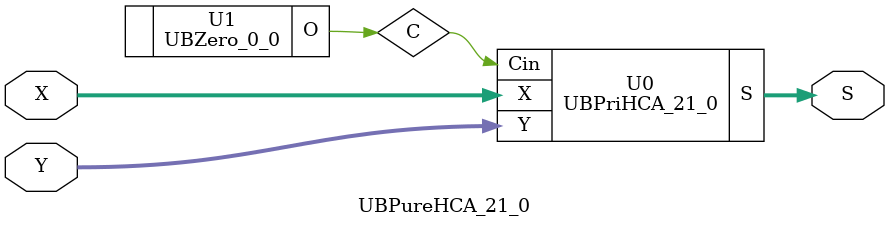
<source format=v>
/*----------------------------------------------------------------------------
  Copyright (c) 2021 Homma laboratory. All rights reserved.

  Top module: UBHCA_21_0_21_0

  Operand-1 length: 22
  Operand-2 length: 22
  Two-operand addition algorithm: Han-Carlson adder
----------------------------------------------------------------------------*/

module GPGenerator(Go, Po, A, B);
  output Go;
  output Po;
  input A;
  input B;
  assign Go = A & B;
  assign Po = A ^ B;
endmodule

module CarryOperator(Go, Po, Gi1, Pi1, Gi2, Pi2);
  output Go;
  output Po;
  input Gi1;
  input Gi2;
  input Pi1;
  input Pi2;
  assign Go = Gi1 | ( Gi2 & Pi1 );
  assign Po = Pi1 & Pi2;
endmodule

module UBPriHCA_21_0(S, X, Y, Cin);
  output [22:0] S;
  input Cin;
  input [21:0] X;
  input [21:0] Y;
  wire [21:0] G0;
  wire [21:0] G1;
  wire [21:0] G2;
  wire [21:0] G3;
  wire [21:0] G4;
  wire [21:0] G5;
  wire [21:0] G6;
  wire [21:0] P0;
  wire [21:0] P1;
  wire [21:0] P2;
  wire [21:0] P3;
  wire [21:0] P4;
  wire [21:0] P5;
  wire [21:0] P6;
  assign P1[0] = P0[0];
  assign G1[0] = G0[0];
  assign P1[2] = P0[2];
  assign G1[2] = G0[2];
  assign P1[4] = P0[4];
  assign G1[4] = G0[4];
  assign P1[6] = P0[6];
  assign G1[6] = G0[6];
  assign P1[8] = P0[8];
  assign G1[8] = G0[8];
  assign P1[10] = P0[10];
  assign G1[10] = G0[10];
  assign P1[12] = P0[12];
  assign G1[12] = G0[12];
  assign P1[14] = P0[14];
  assign G1[14] = G0[14];
  assign P1[16] = P0[16];
  assign G1[16] = G0[16];
  assign P1[18] = P0[18];
  assign G1[18] = G0[18];
  assign P1[20] = P0[20];
  assign G1[20] = G0[20];
  assign P2[0] = P1[0];
  assign G2[0] = G1[0];
  assign P2[1] = P1[1];
  assign G2[1] = G1[1];
  assign P2[2] = P1[2];
  assign G2[2] = G1[2];
  assign P2[4] = P1[4];
  assign G2[4] = G1[4];
  assign P2[6] = P1[6];
  assign G2[6] = G1[6];
  assign P2[8] = P1[8];
  assign G2[8] = G1[8];
  assign P2[10] = P1[10];
  assign G2[10] = G1[10];
  assign P2[12] = P1[12];
  assign G2[12] = G1[12];
  assign P2[14] = P1[14];
  assign G2[14] = G1[14];
  assign P2[16] = P1[16];
  assign G2[16] = G1[16];
  assign P2[18] = P1[18];
  assign G2[18] = G1[18];
  assign P2[20] = P1[20];
  assign G2[20] = G1[20];
  assign P3[0] = P2[0];
  assign G3[0] = G2[0];
  assign P3[1] = P2[1];
  assign G3[1] = G2[1];
  assign P3[2] = P2[2];
  assign G3[2] = G2[2];
  assign P3[3] = P2[3];
  assign G3[3] = G2[3];
  assign P3[4] = P2[4];
  assign G3[4] = G2[4];
  assign P3[6] = P2[6];
  assign G3[6] = G2[6];
  assign P3[8] = P2[8];
  assign G3[8] = G2[8];
  assign P3[10] = P2[10];
  assign G3[10] = G2[10];
  assign P3[12] = P2[12];
  assign G3[12] = G2[12];
  assign P3[14] = P2[14];
  assign G3[14] = G2[14];
  assign P3[16] = P2[16];
  assign G3[16] = G2[16];
  assign P3[18] = P2[18];
  assign G3[18] = G2[18];
  assign P3[20] = P2[20];
  assign G3[20] = G2[20];
  assign P4[0] = P3[0];
  assign G4[0] = G3[0];
  assign P4[1] = P3[1];
  assign G4[1] = G3[1];
  assign P4[2] = P3[2];
  assign G4[2] = G3[2];
  assign P4[3] = P3[3];
  assign G4[3] = G3[3];
  assign P4[4] = P3[4];
  assign G4[4] = G3[4];
  assign P4[5] = P3[5];
  assign G4[5] = G3[5];
  assign P4[6] = P3[6];
  assign G4[6] = G3[6];
  assign P4[7] = P3[7];
  assign G4[7] = G3[7];
  assign P4[8] = P3[8];
  assign G4[8] = G3[8];
  assign P4[10] = P3[10];
  assign G4[10] = G3[10];
  assign P4[12] = P3[12];
  assign G4[12] = G3[12];
  assign P4[14] = P3[14];
  assign G4[14] = G3[14];
  assign P4[16] = P3[16];
  assign G4[16] = G3[16];
  assign P4[18] = P3[18];
  assign G4[18] = G3[18];
  assign P4[20] = P3[20];
  assign G4[20] = G3[20];
  assign P5[0] = P4[0];
  assign G5[0] = G4[0];
  assign P5[1] = P4[1];
  assign G5[1] = G4[1];
  assign P5[2] = P4[2];
  assign G5[2] = G4[2];
  assign P5[3] = P4[3];
  assign G5[3] = G4[3];
  assign P5[4] = P4[4];
  assign G5[4] = G4[4];
  assign P5[5] = P4[5];
  assign G5[5] = G4[5];
  assign P5[6] = P4[6];
  assign G5[6] = G4[6];
  assign P5[7] = P4[7];
  assign G5[7] = G4[7];
  assign P5[8] = P4[8];
  assign G5[8] = G4[8];
  assign P5[9] = P4[9];
  assign G5[9] = G4[9];
  assign P5[10] = P4[10];
  assign G5[10] = G4[10];
  assign P5[11] = P4[11];
  assign G5[11] = G4[11];
  assign P5[12] = P4[12];
  assign G5[12] = G4[12];
  assign P5[13] = P4[13];
  assign G5[13] = G4[13];
  assign P5[14] = P4[14];
  assign G5[14] = G4[14];
  assign P5[15] = P4[15];
  assign G5[15] = G4[15];
  assign P5[16] = P4[16];
  assign G5[16] = G4[16];
  assign P5[18] = P4[18];
  assign G5[18] = G4[18];
  assign P5[20] = P4[20];
  assign G5[20] = G4[20];
  assign P6[0] = P5[0];
  assign G6[0] = G5[0];
  assign P6[1] = P5[1];
  assign G6[1] = G5[1];
  assign P6[3] = P5[3];
  assign G6[3] = G5[3];
  assign P6[5] = P5[5];
  assign G6[5] = G5[5];
  assign P6[7] = P5[7];
  assign G6[7] = G5[7];
  assign P6[9] = P5[9];
  assign G6[9] = G5[9];
  assign P6[11] = P5[11];
  assign G6[11] = G5[11];
  assign P6[13] = P5[13];
  assign G6[13] = G5[13];
  assign P6[15] = P5[15];
  assign G6[15] = G5[15];
  assign P6[17] = P5[17];
  assign G6[17] = G5[17];
  assign P6[19] = P5[19];
  assign G6[19] = G5[19];
  assign P6[21] = P5[21];
  assign G6[21] = G5[21];
  assign S[0] = Cin ^ P0[0];
  assign S[1] = ( G6[0] | ( P6[0] & Cin ) ) ^ P0[1];
  assign S[2] = ( G6[1] | ( P6[1] & Cin ) ) ^ P0[2];
  assign S[3] = ( G6[2] | ( P6[2] & Cin ) ) ^ P0[3];
  assign S[4] = ( G6[3] | ( P6[3] & Cin ) ) ^ P0[4];
  assign S[5] = ( G6[4] | ( P6[4] & Cin ) ) ^ P0[5];
  assign S[6] = ( G6[5] | ( P6[5] & Cin ) ) ^ P0[6];
  assign S[7] = ( G6[6] | ( P6[6] & Cin ) ) ^ P0[7];
  assign S[8] = ( G6[7] | ( P6[7] & Cin ) ) ^ P0[8];
  assign S[9] = ( G6[8] | ( P6[8] & Cin ) ) ^ P0[9];
  assign S[10] = ( G6[9] | ( P6[9] & Cin ) ) ^ P0[10];
  assign S[11] = ( G6[10] | ( P6[10] & Cin ) ) ^ P0[11];
  assign S[12] = ( G6[11] | ( P6[11] & Cin ) ) ^ P0[12];
  assign S[13] = ( G6[12] | ( P6[12] & Cin ) ) ^ P0[13];
  assign S[14] = ( G6[13] | ( P6[13] & Cin ) ) ^ P0[14];
  assign S[15] = ( G6[14] | ( P6[14] & Cin ) ) ^ P0[15];
  assign S[16] = ( G6[15] | ( P6[15] & Cin ) ) ^ P0[16];
  assign S[17] = ( G6[16] | ( P6[16] & Cin ) ) ^ P0[17];
  assign S[18] = ( G6[17] | ( P6[17] & Cin ) ) ^ P0[18];
  assign S[19] = ( G6[18] | ( P6[18] & Cin ) ) ^ P0[19];
  assign S[20] = ( G6[19] | ( P6[19] & Cin ) ) ^ P0[20];
  assign S[21] = ( G6[20] | ( P6[20] & Cin ) ) ^ P0[21];
  assign S[22] = G6[21] | ( P6[21] & Cin );
  GPGenerator U0 (G0[0], P0[0], X[0], Y[0]);
  GPGenerator U1 (G0[1], P0[1], X[1], Y[1]);
  GPGenerator U2 (G0[2], P0[2], X[2], Y[2]);
  GPGenerator U3 (G0[3], P0[3], X[3], Y[3]);
  GPGenerator U4 (G0[4], P0[4], X[4], Y[4]);
  GPGenerator U5 (G0[5], P0[5], X[5], Y[5]);
  GPGenerator U6 (G0[6], P0[6], X[6], Y[6]);
  GPGenerator U7 (G0[7], P0[7], X[7], Y[7]);
  GPGenerator U8 (G0[8], P0[8], X[8], Y[8]);
  GPGenerator U9 (G0[9], P0[9], X[9], Y[9]);
  GPGenerator U10 (G0[10], P0[10], X[10], Y[10]);
  GPGenerator U11 (G0[11], P0[11], X[11], Y[11]);
  GPGenerator U12 (G0[12], P0[12], X[12], Y[12]);
  GPGenerator U13 (G0[13], P0[13], X[13], Y[13]);
  GPGenerator U14 (G0[14], P0[14], X[14], Y[14]);
  GPGenerator U15 (G0[15], P0[15], X[15], Y[15]);
  GPGenerator U16 (G0[16], P0[16], X[16], Y[16]);
  GPGenerator U17 (G0[17], P0[17], X[17], Y[17]);
  GPGenerator U18 (G0[18], P0[18], X[18], Y[18]);
  GPGenerator U19 (G0[19], P0[19], X[19], Y[19]);
  GPGenerator U20 (G0[20], P0[20], X[20], Y[20]);
  GPGenerator U21 (G0[21], P0[21], X[21], Y[21]);
  CarryOperator U22 (G1[1], P1[1], G0[1], P0[1], G0[0], P0[0]);
  CarryOperator U23 (G1[3], P1[3], G0[3], P0[3], G0[2], P0[2]);
  CarryOperator U24 (G1[5], P1[5], G0[5], P0[5], G0[4], P0[4]);
  CarryOperator U25 (G1[7], P1[7], G0[7], P0[7], G0[6], P0[6]);
  CarryOperator U26 (G1[9], P1[9], G0[9], P0[9], G0[8], P0[8]);
  CarryOperator U27 (G1[11], P1[11], G0[11], P0[11], G0[10], P0[10]);
  CarryOperator U28 (G1[13], P1[13], G0[13], P0[13], G0[12], P0[12]);
  CarryOperator U29 (G1[15], P1[15], G0[15], P0[15], G0[14], P0[14]);
  CarryOperator U30 (G1[17], P1[17], G0[17], P0[17], G0[16], P0[16]);
  CarryOperator U31 (G1[19], P1[19], G0[19], P0[19], G0[18], P0[18]);
  CarryOperator U32 (G1[21], P1[21], G0[21], P0[21], G0[20], P0[20]);
  CarryOperator U33 (G2[3], P2[3], G1[3], P1[3], G1[1], P1[1]);
  CarryOperator U34 (G2[5], P2[5], G1[5], P1[5], G1[3], P1[3]);
  CarryOperator U35 (G2[7], P2[7], G1[7], P1[7], G1[5], P1[5]);
  CarryOperator U36 (G2[9], P2[9], G1[9], P1[9], G1[7], P1[7]);
  CarryOperator U37 (G2[11], P2[11], G1[11], P1[11], G1[9], P1[9]);
  CarryOperator U38 (G2[13], P2[13], G1[13], P1[13], G1[11], P1[11]);
  CarryOperator U39 (G2[15], P2[15], G1[15], P1[15], G1[13], P1[13]);
  CarryOperator U40 (G2[17], P2[17], G1[17], P1[17], G1[15], P1[15]);
  CarryOperator U41 (G2[19], P2[19], G1[19], P1[19], G1[17], P1[17]);
  CarryOperator U42 (G2[21], P2[21], G1[21], P1[21], G1[19], P1[19]);
  CarryOperator U43 (G3[5], P3[5], G2[5], P2[5], G2[1], P2[1]);
  CarryOperator U44 (G3[7], P3[7], G2[7], P2[7], G2[3], P2[3]);
  CarryOperator U45 (G3[9], P3[9], G2[9], P2[9], G2[5], P2[5]);
  CarryOperator U46 (G3[11], P3[11], G2[11], P2[11], G2[7], P2[7]);
  CarryOperator U47 (G3[13], P3[13], G2[13], P2[13], G2[9], P2[9]);
  CarryOperator U48 (G3[15], P3[15], G2[15], P2[15], G2[11], P2[11]);
  CarryOperator U49 (G3[17], P3[17], G2[17], P2[17], G2[13], P2[13]);
  CarryOperator U50 (G3[19], P3[19], G2[19], P2[19], G2[15], P2[15]);
  CarryOperator U51 (G3[21], P3[21], G2[21], P2[21], G2[17], P2[17]);
  CarryOperator U52 (G4[9], P4[9], G3[9], P3[9], G3[1], P3[1]);
  CarryOperator U53 (G4[11], P4[11], G3[11], P3[11], G3[3], P3[3]);
  CarryOperator U54 (G4[13], P4[13], G3[13], P3[13], G3[5], P3[5]);
  CarryOperator U55 (G4[15], P4[15], G3[15], P3[15], G3[7], P3[7]);
  CarryOperator U56 (G4[17], P4[17], G3[17], P3[17], G3[9], P3[9]);
  CarryOperator U57 (G4[19], P4[19], G3[19], P3[19], G3[11], P3[11]);
  CarryOperator U58 (G4[21], P4[21], G3[21], P3[21], G3[13], P3[13]);
  CarryOperator U59 (G5[17], P5[17], G4[17], P4[17], G4[1], P4[1]);
  CarryOperator U60 (G5[19], P5[19], G4[19], P4[19], G4[3], P4[3]);
  CarryOperator U61 (G5[21], P5[21], G4[21], P4[21], G4[5], P4[5]);
  CarryOperator U62 (G6[2], P6[2], G5[2], P5[2], G5[1], P5[1]);
  CarryOperator U63 (G6[4], P6[4], G5[4], P5[4], G5[3], P5[3]);
  CarryOperator U64 (G6[6], P6[6], G5[6], P5[6], G5[5], P5[5]);
  CarryOperator U65 (G6[8], P6[8], G5[8], P5[8], G5[7], P5[7]);
  CarryOperator U66 (G6[10], P6[10], G5[10], P5[10], G5[9], P5[9]);
  CarryOperator U67 (G6[12], P6[12], G5[12], P5[12], G5[11], P5[11]);
  CarryOperator U68 (G6[14], P6[14], G5[14], P5[14], G5[13], P5[13]);
  CarryOperator U69 (G6[16], P6[16], G5[16], P5[16], G5[15], P5[15]);
  CarryOperator U70 (G6[18], P6[18], G5[18], P5[18], G5[17], P5[17]);
  CarryOperator U71 (G6[20], P6[20], G5[20], P5[20], G5[19], P5[19]);
endmodule

module UBZero_0_0(O);
  output [0:0] O;
  assign O[0] = 0;
endmodule

module UBHCA_21_0_21_0 (S, X, Y);
  output [22:0] S;
  input [21:0] X;
  input [21:0] Y;
  UBPureHCA_21_0 U0 (S[22:0], X[21:0], Y[21:0]);
endmodule

module UBPureHCA_21_0 (S, X, Y);
  output [22:0] S;
  input [21:0] X;
  input [21:0] Y;
  wire C;
  UBPriHCA_21_0 U0 (S, X, Y, C);
  UBZero_0_0 U1 (C);
endmodule


</source>
